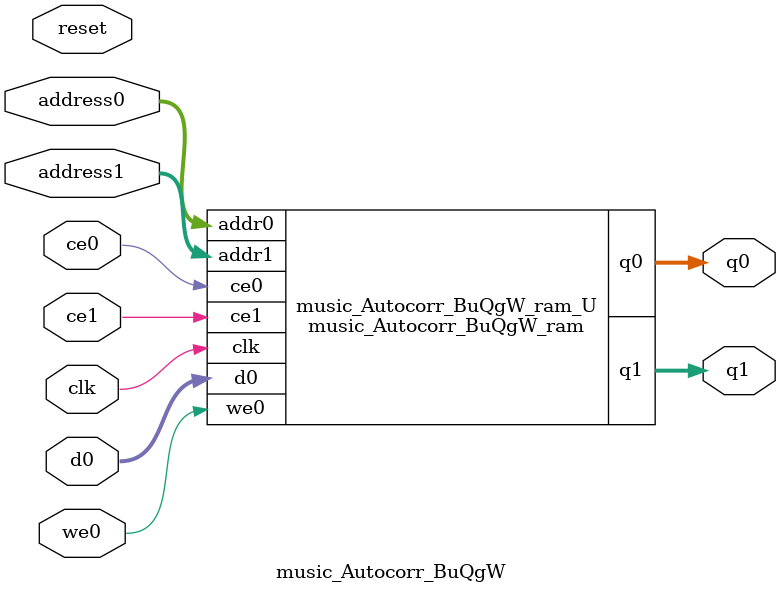
<source format=v>
`timescale 1 ns / 1 ps
module music_Autocorr_BuQgW_ram (addr0, ce0, d0, we0, q0, addr1, ce1, q1,  clk);

parameter DWIDTH = 32;
parameter AWIDTH = 6;
parameter MEM_SIZE = 40;

input[AWIDTH-1:0] addr0;
input ce0;
input[DWIDTH-1:0] d0;
input we0;
output reg[DWIDTH-1:0] q0;
input[AWIDTH-1:0] addr1;
input ce1;
output reg[DWIDTH-1:0] q1;
input clk;

(* ram_style = "block" *)reg [DWIDTH-1:0] ram[0:MEM_SIZE-1];




always @(posedge clk)  
begin 
    if (ce0) 
    begin
        if (we0) 
        begin 
            ram[addr0] <= d0; 
        end 
        q0 <= ram[addr0];
    end
end


always @(posedge clk)  
begin 
    if (ce1) 
    begin
        q1 <= ram[addr1];
    end
end


endmodule

`timescale 1 ns / 1 ps
module music_Autocorr_BuQgW(
    reset,
    clk,
    address0,
    ce0,
    we0,
    d0,
    q0,
    address1,
    ce1,
    q1);

parameter DataWidth = 32'd32;
parameter AddressRange = 32'd40;
parameter AddressWidth = 32'd6;
input reset;
input clk;
input[AddressWidth - 1:0] address0;
input ce0;
input we0;
input[DataWidth - 1:0] d0;
output[DataWidth - 1:0] q0;
input[AddressWidth - 1:0] address1;
input ce1;
output[DataWidth - 1:0] q1;



music_Autocorr_BuQgW_ram music_Autocorr_BuQgW_ram_U(
    .clk( clk ),
    .addr0( address0 ),
    .ce0( ce0 ),
    .we0( we0 ),
    .d0( d0 ),
    .q0( q0 ),
    .addr1( address1 ),
    .ce1( ce1 ),
    .q1( q1 ));

endmodule


</source>
